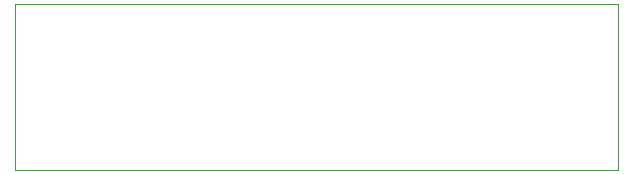
<source format=gm1>
%TF.GenerationSoftware,KiCad,Pcbnew,9.0.5*%
%TF.CreationDate,2025-10-22T23:14:44+01:00*%
%TF.ProjectId,vm_i2c_smtso_adaptor,766d5f69-3263-45f7-936d-74736f5f6164,0.1*%
%TF.SameCoordinates,Original*%
%TF.FileFunction,Profile,NP*%
%FSLAX45Y45*%
G04 Gerber Fmt 4.5, Leading zero omitted, Abs format (unit mm)*
G04 Created by KiCad (PCBNEW 9.0.5) date 2025-10-22 23:14:44*
%MOMM*%
%LPD*%
G01*
G04 APERTURE LIST*
%TA.AperFunction,Profile*%
%ADD10C,0.050000*%
%TD*%
G04 APERTURE END LIST*
D10*
X-2550000Y700000D02*
X2550000Y700000D01*
X2550000Y-700000D01*
X-2550000Y-700000D01*
X-2550000Y700000D01*
M02*

</source>
